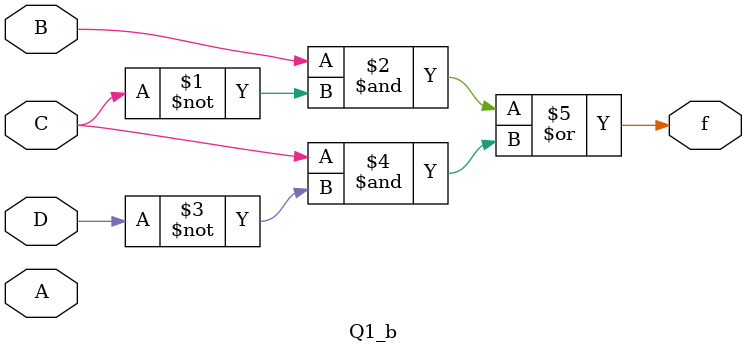
<source format=v>
module Q1_b(A, B, C, D, f);
input A, B, C, D;
output f;
assign f = (B&~C)|(C&~D);
endmodule

</source>
